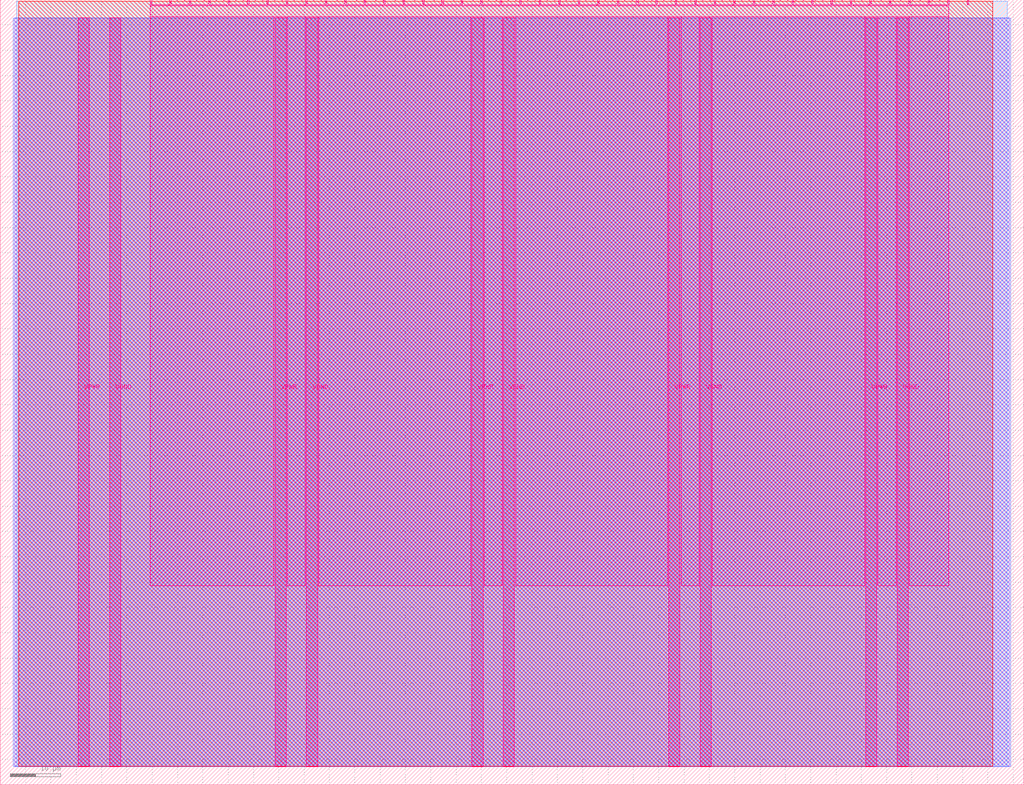
<source format=lef>
VERSION 5.7 ;
  NOWIREEXTENSIONATPIN ON ;
  DIVIDERCHAR "/" ;
  BUSBITCHARS "[]" ;
MACRO tt_um_bytex64_munch
  CLASS BLOCK ;
  FOREIGN tt_um_bytex64_munch ;
  ORIGIN 0.000 0.000 ;
  SIZE 202.080 BY 154.980 ;
  PIN VGND
    DIRECTION INOUT ;
    USE GROUND ;
    PORT
      LAYER Metal5 ;
        RECT 21.580 3.560 23.780 151.420 ;
    END
    PORT
      LAYER Metal5 ;
        RECT 60.450 3.560 62.650 151.420 ;
    END
    PORT
      LAYER Metal5 ;
        RECT 99.320 3.560 101.520 151.420 ;
    END
    PORT
      LAYER Metal5 ;
        RECT 138.190 3.560 140.390 151.420 ;
    END
    PORT
      LAYER Metal5 ;
        RECT 177.060 3.560 179.260 151.420 ;
    END
  END VGND
  PIN VPWR
    DIRECTION INOUT ;
    USE POWER ;
    PORT
      LAYER Metal5 ;
        RECT 15.380 3.560 17.580 151.420 ;
    END
    PORT
      LAYER Metal5 ;
        RECT 54.250 3.560 56.450 151.420 ;
    END
    PORT
      LAYER Metal5 ;
        RECT 93.120 3.560 95.320 151.420 ;
    END
    PORT
      LAYER Metal5 ;
        RECT 131.990 3.560 134.190 151.420 ;
    END
    PORT
      LAYER Metal5 ;
        RECT 170.860 3.560 173.060 151.420 ;
    END
  END VPWR
  PIN clk
    DIRECTION INPUT ;
    USE SIGNAL ;
    ANTENNAGATEAREA 0.213200 ;
    PORT
      LAYER Metal5 ;
        RECT 187.050 153.980 187.350 154.980 ;
    END
  END clk
  PIN ena
    DIRECTION INPUT ;
    USE SIGNAL ;
    PORT
      LAYER Metal5 ;
        RECT 190.890 153.980 191.190 154.980 ;
    END
  END ena
  PIN rst_n
    DIRECTION INPUT ;
    USE SIGNAL ;
    ANTENNAGATEAREA 0.527800 ;
    PORT
      LAYER Metal5 ;
        RECT 183.210 153.980 183.510 154.980 ;
    END
  END rst_n
  PIN ui_in[0]
    DIRECTION INPUT ;
    USE SIGNAL ;
    PORT
      LAYER Metal5 ;
        RECT 179.370 153.980 179.670 154.980 ;
    END
  END ui_in[0]
  PIN ui_in[1]
    DIRECTION INPUT ;
    USE SIGNAL ;
    PORT
      LAYER Metal5 ;
        RECT 175.530 153.980 175.830 154.980 ;
    END
  END ui_in[1]
  PIN ui_in[2]
    DIRECTION INPUT ;
    USE SIGNAL ;
    PORT
      LAYER Metal5 ;
        RECT 171.690 153.980 171.990 154.980 ;
    END
  END ui_in[2]
  PIN ui_in[3]
    DIRECTION INPUT ;
    USE SIGNAL ;
    PORT
      LAYER Metal5 ;
        RECT 167.850 153.980 168.150 154.980 ;
    END
  END ui_in[3]
  PIN ui_in[4]
    DIRECTION INPUT ;
    USE SIGNAL ;
    PORT
      LAYER Metal5 ;
        RECT 164.010 153.980 164.310 154.980 ;
    END
  END ui_in[4]
  PIN ui_in[5]
    DIRECTION INPUT ;
    USE SIGNAL ;
    PORT
      LAYER Metal5 ;
        RECT 160.170 153.980 160.470 154.980 ;
    END
  END ui_in[5]
  PIN ui_in[6]
    DIRECTION INPUT ;
    USE SIGNAL ;
    PORT
      LAYER Metal5 ;
        RECT 156.330 153.980 156.630 154.980 ;
    END
  END ui_in[6]
  PIN ui_in[7]
    DIRECTION INPUT ;
    USE SIGNAL ;
    PORT
      LAYER Metal5 ;
        RECT 152.490 153.980 152.790 154.980 ;
    END
  END ui_in[7]
  PIN uio_in[0]
    DIRECTION INPUT ;
    USE SIGNAL ;
    PORT
      LAYER Metal5 ;
        RECT 148.650 153.980 148.950 154.980 ;
    END
  END uio_in[0]
  PIN uio_in[1]
    DIRECTION INPUT ;
    USE SIGNAL ;
    PORT
      LAYER Metal5 ;
        RECT 144.810 153.980 145.110 154.980 ;
    END
  END uio_in[1]
  PIN uio_in[2]
    DIRECTION INPUT ;
    USE SIGNAL ;
    PORT
      LAYER Metal5 ;
        RECT 140.970 153.980 141.270 154.980 ;
    END
  END uio_in[2]
  PIN uio_in[3]
    DIRECTION INPUT ;
    USE SIGNAL ;
    PORT
      LAYER Metal5 ;
        RECT 137.130 153.980 137.430 154.980 ;
    END
  END uio_in[3]
  PIN uio_in[4]
    DIRECTION INPUT ;
    USE SIGNAL ;
    PORT
      LAYER Metal5 ;
        RECT 133.290 153.980 133.590 154.980 ;
    END
  END uio_in[4]
  PIN uio_in[5]
    DIRECTION INPUT ;
    USE SIGNAL ;
    PORT
      LAYER Metal5 ;
        RECT 129.450 153.980 129.750 154.980 ;
    END
  END uio_in[5]
  PIN uio_in[6]
    DIRECTION INPUT ;
    USE SIGNAL ;
    PORT
      LAYER Metal5 ;
        RECT 125.610 153.980 125.910 154.980 ;
    END
  END uio_in[6]
  PIN uio_in[7]
    DIRECTION INPUT ;
    USE SIGNAL ;
    PORT
      LAYER Metal5 ;
        RECT 121.770 153.980 122.070 154.980 ;
    END
  END uio_in[7]
  PIN uio_oe[0]
    DIRECTION OUTPUT ;
    USE SIGNAL ;
    ANTENNADIFFAREA 0.299200 ;
    PORT
      LAYER Metal5 ;
        RECT 56.490 153.980 56.790 154.980 ;
    END
  END uio_oe[0]
  PIN uio_oe[1]
    DIRECTION OUTPUT ;
    USE SIGNAL ;
    ANTENNADIFFAREA 0.299200 ;
    PORT
      LAYER Metal5 ;
        RECT 52.650 153.980 52.950 154.980 ;
    END
  END uio_oe[1]
  PIN uio_oe[2]
    DIRECTION OUTPUT ;
    USE SIGNAL ;
    ANTENNADIFFAREA 0.299200 ;
    PORT
      LAYER Metal5 ;
        RECT 48.810 153.980 49.110 154.980 ;
    END
  END uio_oe[2]
  PIN uio_oe[3]
    DIRECTION OUTPUT ;
    USE SIGNAL ;
    ANTENNADIFFAREA 0.299200 ;
    PORT
      LAYER Metal5 ;
        RECT 44.970 153.980 45.270 154.980 ;
    END
  END uio_oe[3]
  PIN uio_oe[4]
    DIRECTION OUTPUT ;
    USE SIGNAL ;
    ANTENNADIFFAREA 0.392700 ;
    PORT
      LAYER Metal5 ;
        RECT 41.130 153.980 41.430 154.980 ;
    END
  END uio_oe[4]
  PIN uio_oe[5]
    DIRECTION OUTPUT ;
    USE SIGNAL ;
    ANTENNADIFFAREA 0.392700 ;
    PORT
      LAYER Metal5 ;
        RECT 37.290 153.980 37.590 154.980 ;
    END
  END uio_oe[5]
  PIN uio_oe[6]
    DIRECTION OUTPUT ;
    USE SIGNAL ;
    ANTENNADIFFAREA 0.392700 ;
    PORT
      LAYER Metal5 ;
        RECT 33.450 153.980 33.750 154.980 ;
    END
  END uio_oe[6]
  PIN uio_oe[7]
    DIRECTION OUTPUT ;
    USE SIGNAL ;
    ANTENNADIFFAREA 0.392700 ;
    PORT
      LAYER Metal5 ;
        RECT 29.610 153.980 29.910 154.980 ;
    END
  END uio_oe[7]
  PIN uio_out[0]
    DIRECTION OUTPUT ;
    USE SIGNAL ;
    ANTENNADIFFAREA 0.299200 ;
    PORT
      LAYER Metal5 ;
        RECT 87.210 153.980 87.510 154.980 ;
    END
  END uio_out[0]
  PIN uio_out[1]
    DIRECTION OUTPUT ;
    USE SIGNAL ;
    ANTENNADIFFAREA 0.299200 ;
    PORT
      LAYER Metal5 ;
        RECT 83.370 153.980 83.670 154.980 ;
    END
  END uio_out[1]
  PIN uio_out[2]
    DIRECTION OUTPUT ;
    USE SIGNAL ;
    ANTENNADIFFAREA 0.299200 ;
    PORT
      LAYER Metal5 ;
        RECT 79.530 153.980 79.830 154.980 ;
    END
  END uio_out[2]
  PIN uio_out[3]
    DIRECTION OUTPUT ;
    USE SIGNAL ;
    ANTENNADIFFAREA 0.299200 ;
    PORT
      LAYER Metal5 ;
        RECT 75.690 153.980 75.990 154.980 ;
    END
  END uio_out[3]
  PIN uio_out[4]
    DIRECTION OUTPUT ;
    USE SIGNAL ;
    ANTENNADIFFAREA 0.706800 ;
    PORT
      LAYER Metal5 ;
        RECT 71.850 153.980 72.150 154.980 ;
    END
  END uio_out[4]
  PIN uio_out[5]
    DIRECTION OUTPUT ;
    USE SIGNAL ;
    ANTENNADIFFAREA 0.706800 ;
    PORT
      LAYER Metal5 ;
        RECT 68.010 153.980 68.310 154.980 ;
    END
  END uio_out[5]
  PIN uio_out[6]
    DIRECTION OUTPUT ;
    USE SIGNAL ;
    ANTENNADIFFAREA 0.706800 ;
    PORT
      LAYER Metal5 ;
        RECT 64.170 153.980 64.470 154.980 ;
    END
  END uio_out[6]
  PIN uio_out[7]
    DIRECTION OUTPUT ;
    USE SIGNAL ;
    ANTENNADIFFAREA 0.654800 ;
    PORT
      LAYER Metal5 ;
        RECT 60.330 153.980 60.630 154.980 ;
    END
  END uio_out[7]
  PIN uo_out[0]
    DIRECTION OUTPUT ;
    USE SIGNAL ;
    ANTENNADIFFAREA 0.988000 ;
    PORT
      LAYER Metal5 ;
        RECT 117.930 153.980 118.230 154.980 ;
    END
  END uo_out[0]
  PIN uo_out[1]
    DIRECTION OUTPUT ;
    USE SIGNAL ;
    ANTENNADIFFAREA 0.988000 ;
    PORT
      LAYER Metal5 ;
        RECT 114.090 153.980 114.390 154.980 ;
    END
  END uo_out[1]
  PIN uo_out[2]
    DIRECTION OUTPUT ;
    USE SIGNAL ;
    ANTENNADIFFAREA 0.988000 ;
    PORT
      LAYER Metal5 ;
        RECT 110.250 153.980 110.550 154.980 ;
    END
  END uo_out[2]
  PIN uo_out[3]
    DIRECTION OUTPUT ;
    USE SIGNAL ;
    ANTENNADIFFAREA 1.039100 ;
    PORT
      LAYER Metal5 ;
        RECT 106.410 153.980 106.710 154.980 ;
    END
  END uo_out[3]
  PIN uo_out[4]
    DIRECTION OUTPUT ;
    USE SIGNAL ;
    ANTENNADIFFAREA 0.988000 ;
    PORT
      LAYER Metal5 ;
        RECT 102.570 153.980 102.870 154.980 ;
    END
  END uo_out[4]
  PIN uo_out[5]
    DIRECTION OUTPUT ;
    USE SIGNAL ;
    ANTENNADIFFAREA 0.972800 ;
    PORT
      LAYER Metal5 ;
        RECT 98.730 153.980 99.030 154.980 ;
    END
  END uo_out[5]
  PIN uo_out[6]
    DIRECTION OUTPUT ;
    USE SIGNAL ;
    ANTENNADIFFAREA 0.972800 ;
    PORT
      LAYER Metal5 ;
        RECT 94.890 153.980 95.190 154.980 ;
    END
  END uo_out[6]
  PIN uo_out[7]
    DIRECTION OUTPUT ;
    USE SIGNAL ;
    ANTENNADIFFAREA 1.039100 ;
    PORT
      LAYER Metal5 ;
        RECT 91.050 153.980 91.350 154.980 ;
    END
  END uo_out[7]
  OBS
      LAYER GatPoly ;
        RECT 2.880 3.630 199.200 151.350 ;
      LAYER Metal1 ;
        RECT 2.880 3.560 199.200 151.420 ;
      LAYER Metal2 ;
        RECT 2.605 3.680 199.475 151.300 ;
      LAYER Metal3 ;
        RECT 3.260 3.635 198.820 154.705 ;
      LAYER Metal4 ;
        RECT 3.695 3.680 195.985 154.660 ;
      LAYER Metal5 ;
        RECT 30.120 153.770 33.240 153.980 ;
        RECT 33.960 153.770 37.080 153.980 ;
        RECT 37.800 153.770 40.920 153.980 ;
        RECT 41.640 153.770 44.760 153.980 ;
        RECT 45.480 153.770 48.600 153.980 ;
        RECT 49.320 153.770 52.440 153.980 ;
        RECT 53.160 153.770 56.280 153.980 ;
        RECT 57.000 153.770 60.120 153.980 ;
        RECT 60.840 153.770 63.960 153.980 ;
        RECT 64.680 153.770 67.800 153.980 ;
        RECT 68.520 153.770 71.640 153.980 ;
        RECT 72.360 153.770 75.480 153.980 ;
        RECT 76.200 153.770 79.320 153.980 ;
        RECT 80.040 153.770 83.160 153.980 ;
        RECT 83.880 153.770 87.000 153.980 ;
        RECT 87.720 153.770 90.840 153.980 ;
        RECT 91.560 153.770 94.680 153.980 ;
        RECT 95.400 153.770 98.520 153.980 ;
        RECT 99.240 153.770 102.360 153.980 ;
        RECT 103.080 153.770 106.200 153.980 ;
        RECT 106.920 153.770 110.040 153.980 ;
        RECT 110.760 153.770 113.880 153.980 ;
        RECT 114.600 153.770 117.720 153.980 ;
        RECT 118.440 153.770 121.560 153.980 ;
        RECT 122.280 153.770 125.400 153.980 ;
        RECT 126.120 153.770 129.240 153.980 ;
        RECT 129.960 153.770 133.080 153.980 ;
        RECT 133.800 153.770 136.920 153.980 ;
        RECT 137.640 153.770 140.760 153.980 ;
        RECT 141.480 153.770 144.600 153.980 ;
        RECT 145.320 153.770 148.440 153.980 ;
        RECT 149.160 153.770 152.280 153.980 ;
        RECT 153.000 153.770 156.120 153.980 ;
        RECT 156.840 153.770 159.960 153.980 ;
        RECT 160.680 153.770 163.800 153.980 ;
        RECT 164.520 153.770 167.640 153.980 ;
        RECT 168.360 153.770 171.480 153.980 ;
        RECT 172.200 153.770 175.320 153.980 ;
        RECT 176.040 153.770 179.160 153.980 ;
        RECT 179.880 153.770 183.000 153.980 ;
        RECT 183.720 153.770 186.840 153.980 ;
        RECT 29.660 151.630 187.300 153.770 ;
        RECT 29.660 39.335 54.040 151.630 ;
        RECT 56.660 39.335 60.240 151.630 ;
        RECT 62.860 39.335 92.910 151.630 ;
        RECT 95.530 39.335 99.110 151.630 ;
        RECT 101.730 39.335 131.780 151.630 ;
        RECT 134.400 39.335 137.980 151.630 ;
        RECT 140.600 39.335 170.650 151.630 ;
        RECT 173.270 39.335 176.850 151.630 ;
        RECT 179.470 39.335 187.300 151.630 ;
  END
END tt_um_bytex64_munch
END LIBRARY


</source>
